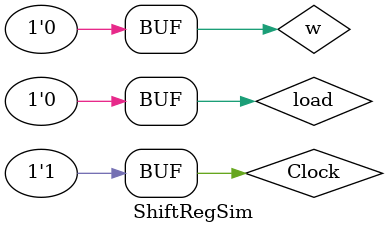
<source format=v>
`timescale 1ns / 1ps


module ShiftRegSim();

    reg load, w, Clock;
    wire [3:0] Q;
    
    ShiftReg uut(Clock, load, w, Q);
    
    initial begin
    
    #1 Clock = 0; load = 0; w = 0;
    #1 Clock = 1; load = 0; w = 1;
    #1 Clock = 0; load = 1; w = 0;
    #1 Clock = 1; load = 0; w = 0;
    #1 Clock = 0; load = 1; w = 0;
    #1 Clock = 1; load = 0; w = 0;
    #1 Clock = 0; load = 1; w = 1;
    #1 Clock = 1; load = 0; w = 1;
    #1 Clock = 0; load = 1; w = 0;
    #1 Clock = 1; load = 1; w = 1;
    #1 Clock = 0; load = 1; w = 1;
    #1 Clock = 1; load = 0; w = 0;
    #1 Clock = 0; load = 1; w = 0;
    #1 Clock = 1; load = 0; w = 0;
    
    end

endmodule

</source>
